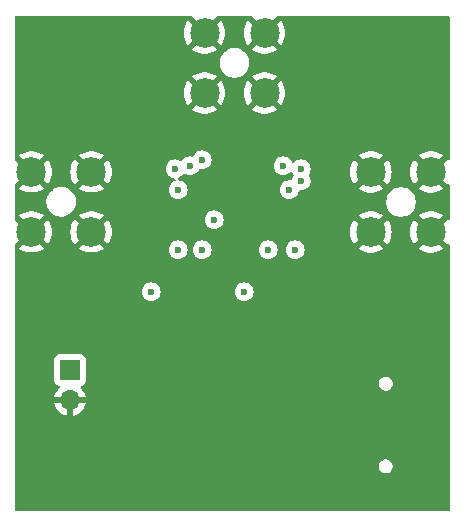
<source format=gbr>
%TF.GenerationSoftware,KiCad,Pcbnew,8.0.1*%
%TF.CreationDate,2024-04-11T15:41:10-05:00*%
%TF.ProjectId,TS3A5017-Mixer,54533341-3530-4313-972d-4d697865722e,rev?*%
%TF.SameCoordinates,Original*%
%TF.FileFunction,Copper,L2,Inr*%
%TF.FilePolarity,Positive*%
%FSLAX46Y46*%
G04 Gerber Fmt 4.6, Leading zero omitted, Abs format (unit mm)*
G04 Created by KiCad (PCBNEW 8.0.1) date 2024-04-11 15:41:10*
%MOMM*%
%LPD*%
G01*
G04 APERTURE LIST*
%TA.AperFunction,ComponentPad*%
%ADD10C,2.500000*%
%TD*%
%TA.AperFunction,ComponentPad*%
%ADD11R,1.700000X1.700000*%
%TD*%
%TA.AperFunction,ComponentPad*%
%ADD12O,1.700000X1.700000*%
%TD*%
%TA.AperFunction,ViaPad*%
%ADD13C,0.600000*%
%TD*%
G04 APERTURE END LIST*
D10*
%TO.N,GND*%
%TO.C,J3*%
X129281220Y-92455385D03*
X134361220Y-92455385D03*
X129281220Y-87375385D03*
X134361220Y-87375385D03*
%TD*%
D11*
%TO.N,/3.3V*%
%TO.C,J4*%
X132588000Y-104140000D03*
D12*
%TO.N,GND*%
X132588000Y-106680000D03*
%TD*%
D10*
%TO.N,GND*%
%TO.C,J1*%
X143961153Y-75615632D03*
X143961153Y-80695632D03*
X149041153Y-75615632D03*
X149041153Y-80695632D03*
%TD*%
%TO.N,GND*%
%TO.C,J2*%
X163129122Y-87396874D03*
X158049122Y-87396874D03*
X163129122Y-92476874D03*
X158049122Y-92476874D03*
%TD*%
D13*
%TO.N,/3.3V*%
X144780000Y-91440000D03*
X139446000Y-97536000D03*
X147320000Y-97536000D03*
%TO.N,GND*%
X153670000Y-107696000D03*
X153670000Y-87122000D03*
X153924000Y-89154000D03*
X153162000Y-94996000D03*
X147574000Y-84582000D03*
X141224000Y-85852000D03*
X142240000Y-84582000D03*
X145288000Y-97282000D03*
X153162000Y-97282000D03*
X147574000Y-94996000D03*
X139954000Y-94996000D03*
X148082000Y-99822000D03*
X162560000Y-100584000D03*
X148844000Y-91440000D03*
X143764000Y-89662000D03*
X140208000Y-99822000D03*
X145288000Y-94996000D03*
%TO.N,/Q-Pos*%
X143764000Y-86360000D03*
X150622000Y-86868000D03*
X143764000Y-93980000D03*
%TO.N,/I-Neg*%
X149352000Y-93980000D03*
X141732000Y-88900000D03*
X151130000Y-88900000D03*
%TO.N,/Q-Neg*%
X152146000Y-88138000D03*
X141732000Y-93980000D03*
X141478000Y-87122000D03*
%TO.N,/I-Pos*%
X152146000Y-87122000D03*
X142748000Y-86868000D03*
X151638000Y-93980000D03*
%TD*%
%TA.AperFunction,Conductor*%
%TO.N,GND*%
G36*
X142875251Y-74180185D02*
G01*
X142895893Y-74196819D01*
X143560591Y-74861517D01*
X143558527Y-74862372D01*
X143419309Y-74955394D01*
X143300915Y-75073788D01*
X143207893Y-75213006D01*
X143207038Y-75215069D01*
X142559028Y-74567059D01*
X142559027Y-74567059D01*
X142511181Y-74627057D01*
X142380036Y-74854205D01*
X142284211Y-75098361D01*
X142225846Y-75354081D01*
X142225845Y-75354086D01*
X142206246Y-75615627D01*
X142206246Y-75615636D01*
X142225845Y-75877177D01*
X142225846Y-75877182D01*
X142284211Y-76132902D01*
X142380036Y-76377058D01*
X142380035Y-76377058D01*
X142511180Y-76604205D01*
X142559027Y-76664203D01*
X143207037Y-76016193D01*
X143207893Y-76018258D01*
X143300915Y-76157476D01*
X143419309Y-76275870D01*
X143558527Y-76368892D01*
X143560590Y-76369746D01*
X142911983Y-77018352D01*
X143083699Y-77135425D01*
X143083703Y-77135427D01*
X143320007Y-77249226D01*
X143320011Y-77249227D01*
X143570647Y-77326539D01*
X143570653Y-77326541D01*
X143830001Y-77365631D01*
X143830010Y-77365632D01*
X144092296Y-77365632D01*
X144092304Y-77365631D01*
X144351652Y-77326541D01*
X144351658Y-77326539D01*
X144602296Y-77249227D01*
X144838598Y-77135430D01*
X144838600Y-77135429D01*
X145010321Y-77018352D01*
X144361715Y-76369746D01*
X144363779Y-76368892D01*
X144502997Y-76275870D01*
X144621391Y-76157476D01*
X144714413Y-76018258D01*
X144715267Y-76016193D01*
X145363278Y-76664204D01*
X145411124Y-76604205D01*
X145542269Y-76377058D01*
X145638094Y-76132902D01*
X145696459Y-75877182D01*
X145696460Y-75877177D01*
X145716060Y-75615636D01*
X145716060Y-75615627D01*
X145696460Y-75354086D01*
X145696459Y-75354081D01*
X145638094Y-75098361D01*
X145542269Y-74854205D01*
X145542270Y-74854205D01*
X145411125Y-74627058D01*
X145363277Y-74567059D01*
X144715267Y-75215069D01*
X144714413Y-75213006D01*
X144621391Y-75073788D01*
X144502997Y-74955394D01*
X144363779Y-74862372D01*
X144361715Y-74861517D01*
X145026412Y-74196819D01*
X145087735Y-74163334D01*
X145114093Y-74160500D01*
X147888212Y-74160500D01*
X147955251Y-74180185D01*
X147975893Y-74196819D01*
X148640591Y-74861517D01*
X148638527Y-74862372D01*
X148499309Y-74955394D01*
X148380915Y-75073788D01*
X148287893Y-75213006D01*
X148287038Y-75215069D01*
X147639028Y-74567059D01*
X147639027Y-74567059D01*
X147591181Y-74627057D01*
X147460036Y-74854205D01*
X147364211Y-75098361D01*
X147305846Y-75354081D01*
X147305845Y-75354086D01*
X147286246Y-75615627D01*
X147286246Y-75615636D01*
X147305845Y-75877177D01*
X147305846Y-75877182D01*
X147364211Y-76132902D01*
X147460036Y-76377058D01*
X147460035Y-76377058D01*
X147591180Y-76604205D01*
X147639027Y-76664203D01*
X148287037Y-76016193D01*
X148287893Y-76018258D01*
X148380915Y-76157476D01*
X148499309Y-76275870D01*
X148638527Y-76368892D01*
X148640590Y-76369746D01*
X147991983Y-77018352D01*
X148163699Y-77135425D01*
X148163703Y-77135427D01*
X148400007Y-77249226D01*
X148400011Y-77249227D01*
X148650647Y-77326539D01*
X148650653Y-77326541D01*
X148910001Y-77365631D01*
X148910010Y-77365632D01*
X149172296Y-77365632D01*
X149172304Y-77365631D01*
X149431652Y-77326541D01*
X149431658Y-77326539D01*
X149682296Y-77249227D01*
X149918598Y-77135430D01*
X149918600Y-77135429D01*
X150090321Y-77018352D01*
X149441715Y-76369746D01*
X149443779Y-76368892D01*
X149582997Y-76275870D01*
X149701391Y-76157476D01*
X149794413Y-76018258D01*
X149795267Y-76016193D01*
X150443278Y-76664204D01*
X150491124Y-76604205D01*
X150622269Y-76377058D01*
X150718094Y-76132902D01*
X150776459Y-75877182D01*
X150776460Y-75877177D01*
X150796060Y-75615636D01*
X150796060Y-75615627D01*
X150776460Y-75354086D01*
X150776459Y-75354081D01*
X150718094Y-75098361D01*
X150622269Y-74854205D01*
X150622270Y-74854205D01*
X150491125Y-74627058D01*
X150443277Y-74567059D01*
X149795267Y-75215069D01*
X149794413Y-75213006D01*
X149701391Y-75073788D01*
X149582997Y-74955394D01*
X149443779Y-74862372D01*
X149441715Y-74861517D01*
X150106412Y-74196819D01*
X150167735Y-74163334D01*
X150194093Y-74160500D01*
X164602500Y-74160500D01*
X164669539Y-74180185D01*
X164715294Y-74232989D01*
X164726500Y-74284500D01*
X164726500Y-86238768D01*
X164706815Y-86305807D01*
X164654011Y-86351562D01*
X164584853Y-86361506D01*
X164559399Y-86349881D01*
X164531247Y-86348300D01*
X163883236Y-86996311D01*
X163882382Y-86994248D01*
X163789360Y-86855030D01*
X163670966Y-86736636D01*
X163531748Y-86643614D01*
X163529684Y-86642759D01*
X164178290Y-85994152D01*
X164006576Y-85877080D01*
X164006567Y-85877075D01*
X163770264Y-85763278D01*
X163770266Y-85763278D01*
X163519627Y-85685966D01*
X163519621Y-85685964D01*
X163260273Y-85646874D01*
X162997970Y-85646874D01*
X162738622Y-85685964D01*
X162738616Y-85685966D01*
X162487980Y-85763278D01*
X162487976Y-85763279D01*
X162251669Y-85877079D01*
X162251661Y-85877084D01*
X162079952Y-85994151D01*
X162728560Y-86642759D01*
X162726496Y-86643614D01*
X162587278Y-86736636D01*
X162468884Y-86855030D01*
X162375862Y-86994248D01*
X162375007Y-86996311D01*
X161726996Y-86348301D01*
X161679150Y-86408299D01*
X161548005Y-86635447D01*
X161452180Y-86879603D01*
X161393815Y-87135323D01*
X161393814Y-87135328D01*
X161374215Y-87396869D01*
X161374215Y-87396878D01*
X161393814Y-87658419D01*
X161393815Y-87658424D01*
X161452180Y-87914144D01*
X161548005Y-88158300D01*
X161548004Y-88158300D01*
X161679149Y-88385447D01*
X161726996Y-88445445D01*
X162375006Y-87797435D01*
X162375862Y-87799500D01*
X162468884Y-87938718D01*
X162587278Y-88057112D01*
X162726496Y-88150134D01*
X162728559Y-88150988D01*
X162079952Y-88799594D01*
X162251668Y-88916667D01*
X162251672Y-88916669D01*
X162487976Y-89030468D01*
X162487980Y-89030469D01*
X162738616Y-89107781D01*
X162738622Y-89107783D01*
X162997970Y-89146873D01*
X162997979Y-89146874D01*
X163260265Y-89146874D01*
X163260273Y-89146873D01*
X163519621Y-89107783D01*
X163519627Y-89107781D01*
X163770265Y-89030469D01*
X164006567Y-88916672D01*
X164006569Y-88916671D01*
X164178290Y-88799594D01*
X163529684Y-88150988D01*
X163531748Y-88150134D01*
X163670966Y-88057112D01*
X163789360Y-87938718D01*
X163882382Y-87799500D01*
X163883236Y-87797435D01*
X164531247Y-88445446D01*
X164553212Y-88444212D01*
X164562739Y-88437526D01*
X164632550Y-88434674D01*
X164692821Y-88470018D01*
X164724415Y-88532337D01*
X164726500Y-88554978D01*
X164726500Y-91318768D01*
X164706815Y-91385807D01*
X164654011Y-91431562D01*
X164584853Y-91441506D01*
X164559399Y-91429881D01*
X164531247Y-91428300D01*
X163883236Y-92076311D01*
X163882382Y-92074248D01*
X163789360Y-91935030D01*
X163670966Y-91816636D01*
X163531748Y-91723614D01*
X163529684Y-91722759D01*
X164178290Y-91074152D01*
X164006576Y-90957080D01*
X164006567Y-90957075D01*
X163770264Y-90843278D01*
X163770266Y-90843278D01*
X163519627Y-90765966D01*
X163519621Y-90765964D01*
X163260273Y-90726874D01*
X162997970Y-90726874D01*
X162738622Y-90765964D01*
X162738616Y-90765966D01*
X162487980Y-90843278D01*
X162487976Y-90843279D01*
X162251669Y-90957079D01*
X162251661Y-90957084D01*
X162079952Y-91074151D01*
X162728560Y-91722759D01*
X162726496Y-91723614D01*
X162587278Y-91816636D01*
X162468884Y-91935030D01*
X162375862Y-92074248D01*
X162375007Y-92076311D01*
X161726996Y-91428301D01*
X161679150Y-91488299D01*
X161548005Y-91715447D01*
X161452180Y-91959603D01*
X161393815Y-92215323D01*
X161393814Y-92215328D01*
X161374215Y-92476869D01*
X161374215Y-92476878D01*
X161393814Y-92738419D01*
X161393815Y-92738424D01*
X161452180Y-92994144D01*
X161548005Y-93238300D01*
X161548004Y-93238300D01*
X161679149Y-93465447D01*
X161726996Y-93525445D01*
X162375006Y-92877435D01*
X162375862Y-92879500D01*
X162468884Y-93018718D01*
X162587278Y-93137112D01*
X162726496Y-93230134D01*
X162728559Y-93230988D01*
X162079952Y-93879594D01*
X162251668Y-93996667D01*
X162251672Y-93996669D01*
X162487976Y-94110468D01*
X162487980Y-94110469D01*
X162738616Y-94187781D01*
X162738622Y-94187783D01*
X162997970Y-94226873D01*
X162997979Y-94226874D01*
X163260265Y-94226874D01*
X163260273Y-94226873D01*
X163519621Y-94187783D01*
X163519627Y-94187781D01*
X163770265Y-94110469D01*
X164006567Y-93996672D01*
X164006569Y-93996671D01*
X164178290Y-93879594D01*
X163529684Y-93230988D01*
X163531748Y-93230134D01*
X163670966Y-93137112D01*
X163789360Y-93018718D01*
X163882382Y-92879500D01*
X163883236Y-92877435D01*
X164531247Y-93525446D01*
X164553212Y-93524212D01*
X164562739Y-93517526D01*
X164632550Y-93514674D01*
X164692821Y-93550018D01*
X164724415Y-93612337D01*
X164726500Y-93634978D01*
X164726500Y-115961500D01*
X164706815Y-116028539D01*
X164654011Y-116074294D01*
X164602500Y-116085500D01*
X128005500Y-116085500D01*
X127938461Y-116065815D01*
X127892706Y-116013011D01*
X127881500Y-115961500D01*
X127881500Y-112393738D01*
X158719499Y-112393738D01*
X158759743Y-112543927D01*
X158837480Y-112678571D01*
X158837482Y-112678573D01*
X158837483Y-112678575D01*
X158947425Y-112788517D01*
X158947426Y-112788518D01*
X158947428Y-112788519D01*
X159082072Y-112866256D01*
X159082073Y-112866256D01*
X159082076Y-112866258D01*
X159232259Y-112906500D01*
X159232262Y-112906500D01*
X159387738Y-112906500D01*
X159387741Y-112906500D01*
X159537924Y-112866258D01*
X159672575Y-112788517D01*
X159782517Y-112678575D01*
X159860258Y-112543924D01*
X159900500Y-112393741D01*
X159900500Y-112238259D01*
X159860258Y-112088076D01*
X159782517Y-111953425D01*
X159672575Y-111843483D01*
X159672573Y-111843482D01*
X159672571Y-111843480D01*
X159537927Y-111765743D01*
X159537928Y-111765743D01*
X159525611Y-111762442D01*
X159387741Y-111725500D01*
X159232259Y-111725500D01*
X159094388Y-111762442D01*
X159082072Y-111765743D01*
X158947428Y-111843480D01*
X158947422Y-111843485D01*
X158837485Y-111953422D01*
X158837480Y-111953428D01*
X158759743Y-112088072D01*
X158759742Y-112088076D01*
X158719500Y-112238259D01*
X158719500Y-112238261D01*
X158719500Y-112393738D01*
X158719499Y-112393738D01*
X127881500Y-112393738D01*
X127881500Y-105037870D01*
X131237500Y-105037870D01*
X131237501Y-105037876D01*
X131243908Y-105097483D01*
X131294202Y-105232328D01*
X131294206Y-105232335D01*
X131380452Y-105347544D01*
X131380455Y-105347547D01*
X131495664Y-105433793D01*
X131495671Y-105433797D01*
X131495674Y-105433798D01*
X131627598Y-105483002D01*
X131683531Y-105524873D01*
X131707949Y-105590337D01*
X131693098Y-105658610D01*
X131671947Y-105686865D01*
X131549886Y-105808926D01*
X131414400Y-106002420D01*
X131414399Y-106002422D01*
X131314570Y-106216507D01*
X131314567Y-106216513D01*
X131257364Y-106429999D01*
X131257364Y-106430000D01*
X132154988Y-106430000D01*
X132122075Y-106487007D01*
X132088000Y-106614174D01*
X132088000Y-106745826D01*
X132122075Y-106872993D01*
X132154988Y-106930000D01*
X131257364Y-106930000D01*
X131314567Y-107143486D01*
X131314570Y-107143492D01*
X131414399Y-107357578D01*
X131549894Y-107551082D01*
X131716917Y-107718105D01*
X131910421Y-107853600D01*
X132124507Y-107953429D01*
X132124516Y-107953433D01*
X132338000Y-108010634D01*
X132338000Y-107113012D01*
X132395007Y-107145925D01*
X132522174Y-107180000D01*
X132653826Y-107180000D01*
X132780993Y-107145925D01*
X132838000Y-107113012D01*
X132838000Y-108010633D01*
X133051483Y-107953433D01*
X133051492Y-107953429D01*
X133265578Y-107853600D01*
X133459082Y-107718105D01*
X133626105Y-107551082D01*
X133761600Y-107357578D01*
X133861429Y-107143492D01*
X133861432Y-107143486D01*
X133918636Y-106930000D01*
X133021012Y-106930000D01*
X133053925Y-106872993D01*
X133088000Y-106745826D01*
X133088000Y-106614174D01*
X133053925Y-106487007D01*
X133021012Y-106430000D01*
X133918636Y-106430000D01*
X133918635Y-106429999D01*
X133861432Y-106216513D01*
X133861429Y-106216507D01*
X133761600Y-106002422D01*
X133761599Y-106002420D01*
X133626113Y-105808926D01*
X133626108Y-105808920D01*
X133504053Y-105686865D01*
X133470568Y-105625542D01*
X133475552Y-105555850D01*
X133517424Y-105499917D01*
X133548400Y-105483002D01*
X133680331Y-105433796D01*
X133733842Y-105393738D01*
X158719499Y-105393738D01*
X158759743Y-105543927D01*
X158837480Y-105678571D01*
X158837482Y-105678573D01*
X158837483Y-105678575D01*
X158947425Y-105788517D01*
X158947426Y-105788518D01*
X158947428Y-105788519D01*
X159082072Y-105866256D01*
X159082073Y-105866256D01*
X159082076Y-105866258D01*
X159232259Y-105906500D01*
X159232262Y-105906500D01*
X159387738Y-105906500D01*
X159387741Y-105906500D01*
X159537924Y-105866258D01*
X159672575Y-105788517D01*
X159782517Y-105678575D01*
X159860258Y-105543924D01*
X159900500Y-105393741D01*
X159900500Y-105238259D01*
X159860258Y-105088076D01*
X159831273Y-105037873D01*
X159782519Y-104953428D01*
X159782514Y-104953422D01*
X159672577Y-104843485D01*
X159672571Y-104843480D01*
X159537927Y-104765743D01*
X159537928Y-104765743D01*
X159525611Y-104762442D01*
X159387741Y-104725500D01*
X159232259Y-104725500D01*
X159094388Y-104762442D01*
X159082072Y-104765743D01*
X158947428Y-104843480D01*
X158947422Y-104843485D01*
X158837485Y-104953422D01*
X158837480Y-104953428D01*
X158759743Y-105088072D01*
X158759742Y-105088076D01*
X158719500Y-105238259D01*
X158719500Y-105238261D01*
X158719500Y-105393738D01*
X158719499Y-105393738D01*
X133733842Y-105393738D01*
X133795546Y-105347546D01*
X133881796Y-105232331D01*
X133932091Y-105097483D01*
X133938500Y-105037873D01*
X133938499Y-103242128D01*
X133932091Y-103182517D01*
X133881796Y-103047669D01*
X133881795Y-103047668D01*
X133881793Y-103047664D01*
X133795547Y-102932455D01*
X133795544Y-102932452D01*
X133680335Y-102846206D01*
X133680328Y-102846202D01*
X133545482Y-102795908D01*
X133545483Y-102795908D01*
X133485883Y-102789501D01*
X133485881Y-102789500D01*
X133485873Y-102789500D01*
X133485864Y-102789500D01*
X131690129Y-102789500D01*
X131690123Y-102789501D01*
X131630516Y-102795908D01*
X131495671Y-102846202D01*
X131495664Y-102846206D01*
X131380455Y-102932452D01*
X131380452Y-102932455D01*
X131294206Y-103047664D01*
X131294202Y-103047671D01*
X131243908Y-103182517D01*
X131237501Y-103242116D01*
X131237501Y-103242123D01*
X131237500Y-103242135D01*
X131237500Y-105037870D01*
X127881500Y-105037870D01*
X127881500Y-97536003D01*
X138640435Y-97536003D01*
X138660630Y-97715249D01*
X138660631Y-97715254D01*
X138720211Y-97885523D01*
X138816184Y-98038262D01*
X138943738Y-98165816D01*
X139096478Y-98261789D01*
X139266745Y-98321368D01*
X139266750Y-98321369D01*
X139445996Y-98341565D01*
X139446000Y-98341565D01*
X139446004Y-98341565D01*
X139625249Y-98321369D01*
X139625252Y-98321368D01*
X139625255Y-98321368D01*
X139795522Y-98261789D01*
X139948262Y-98165816D01*
X140075816Y-98038262D01*
X140171789Y-97885522D01*
X140231368Y-97715255D01*
X140251565Y-97536003D01*
X146514435Y-97536003D01*
X146534630Y-97715249D01*
X146534631Y-97715254D01*
X146594211Y-97885523D01*
X146690184Y-98038262D01*
X146817738Y-98165816D01*
X146970478Y-98261789D01*
X147140745Y-98321368D01*
X147140750Y-98321369D01*
X147319996Y-98341565D01*
X147320000Y-98341565D01*
X147320004Y-98341565D01*
X147499249Y-98321369D01*
X147499252Y-98321368D01*
X147499255Y-98321368D01*
X147669522Y-98261789D01*
X147822262Y-98165816D01*
X147949816Y-98038262D01*
X148045789Y-97885522D01*
X148105368Y-97715255D01*
X148125565Y-97536000D01*
X148105368Y-97356745D01*
X148045789Y-97186478D01*
X147949816Y-97033738D01*
X147822262Y-96906184D01*
X147669523Y-96810211D01*
X147499254Y-96750631D01*
X147499249Y-96750630D01*
X147320004Y-96730435D01*
X147319996Y-96730435D01*
X147140750Y-96750630D01*
X147140745Y-96750631D01*
X146970476Y-96810211D01*
X146817737Y-96906184D01*
X146690184Y-97033737D01*
X146594211Y-97186476D01*
X146534631Y-97356745D01*
X146534630Y-97356750D01*
X146514435Y-97535996D01*
X146514435Y-97536003D01*
X140251565Y-97536003D01*
X140251565Y-97536000D01*
X140231368Y-97356745D01*
X140171789Y-97186478D01*
X140075816Y-97033738D01*
X139948262Y-96906184D01*
X139795523Y-96810211D01*
X139625254Y-96750631D01*
X139625249Y-96750630D01*
X139446004Y-96730435D01*
X139445996Y-96730435D01*
X139266750Y-96750630D01*
X139266745Y-96750631D01*
X139096476Y-96810211D01*
X138943737Y-96906184D01*
X138816184Y-97033737D01*
X138720211Y-97186476D01*
X138660631Y-97356745D01*
X138660630Y-97356750D01*
X138640435Y-97535996D01*
X138640435Y-97536003D01*
X127881500Y-97536003D01*
X127881500Y-93552914D01*
X127901185Y-93485875D01*
X127917819Y-93465233D01*
X128527105Y-92855946D01*
X128527960Y-92858011D01*
X128620982Y-92997229D01*
X128739376Y-93115623D01*
X128878594Y-93208645D01*
X128880657Y-93209499D01*
X128232050Y-93858105D01*
X128403766Y-93975178D01*
X128403770Y-93975180D01*
X128640074Y-94088979D01*
X128640078Y-94088980D01*
X128890714Y-94166292D01*
X128890720Y-94166294D01*
X129150068Y-94205384D01*
X129150077Y-94205385D01*
X129412363Y-94205385D01*
X129412371Y-94205384D01*
X129671719Y-94166294D01*
X129671725Y-94166292D01*
X129922363Y-94088980D01*
X130158665Y-93975183D01*
X130158667Y-93975182D01*
X130330388Y-93858105D01*
X129681782Y-93209499D01*
X129683846Y-93208645D01*
X129823064Y-93115623D01*
X129941458Y-92997229D01*
X130034480Y-92858011D01*
X130035334Y-92855946D01*
X130683345Y-93503957D01*
X130731191Y-93443958D01*
X130862336Y-93216811D01*
X130958161Y-92972655D01*
X131016526Y-92716935D01*
X131016527Y-92716930D01*
X131036127Y-92455389D01*
X132606313Y-92455389D01*
X132625912Y-92716930D01*
X132625913Y-92716935D01*
X132684278Y-92972655D01*
X132780103Y-93216811D01*
X132780102Y-93216811D01*
X132911247Y-93443958D01*
X132959094Y-93503956D01*
X133607104Y-92855946D01*
X133607960Y-92858011D01*
X133700982Y-92997229D01*
X133819376Y-93115623D01*
X133958594Y-93208645D01*
X133960657Y-93209499D01*
X133312050Y-93858105D01*
X133483766Y-93975178D01*
X133483770Y-93975180D01*
X133720074Y-94088979D01*
X133720078Y-94088980D01*
X133970714Y-94166292D01*
X133970720Y-94166294D01*
X134230068Y-94205384D01*
X134230077Y-94205385D01*
X134492363Y-94205385D01*
X134492371Y-94205384D01*
X134751719Y-94166294D01*
X134751725Y-94166292D01*
X135002363Y-94088980D01*
X135228656Y-93980003D01*
X140926435Y-93980003D01*
X140946630Y-94159249D01*
X140946631Y-94159254D01*
X141006211Y-94329523D01*
X141102184Y-94482262D01*
X141229738Y-94609816D01*
X141382478Y-94705789D01*
X141552745Y-94765368D01*
X141552750Y-94765369D01*
X141731996Y-94785565D01*
X141732000Y-94785565D01*
X141732004Y-94785565D01*
X141911249Y-94765369D01*
X141911252Y-94765368D01*
X141911255Y-94765368D01*
X142081522Y-94705789D01*
X142234262Y-94609816D01*
X142361816Y-94482262D01*
X142457789Y-94329522D01*
X142517368Y-94159255D01*
X142537565Y-93980003D01*
X142958435Y-93980003D01*
X142978630Y-94159249D01*
X142978631Y-94159254D01*
X143038211Y-94329523D01*
X143134184Y-94482262D01*
X143261738Y-94609816D01*
X143414478Y-94705789D01*
X143584745Y-94765368D01*
X143584750Y-94765369D01*
X143763996Y-94785565D01*
X143764000Y-94785565D01*
X143764004Y-94785565D01*
X143943249Y-94765369D01*
X143943252Y-94765368D01*
X143943255Y-94765368D01*
X144113522Y-94705789D01*
X144266262Y-94609816D01*
X144393816Y-94482262D01*
X144489789Y-94329522D01*
X144549368Y-94159255D01*
X144569565Y-93980003D01*
X148546435Y-93980003D01*
X148566630Y-94159249D01*
X148566631Y-94159254D01*
X148626211Y-94329523D01*
X148722184Y-94482262D01*
X148849738Y-94609816D01*
X149002478Y-94705789D01*
X149172745Y-94765368D01*
X149172750Y-94765369D01*
X149351996Y-94785565D01*
X149352000Y-94785565D01*
X149352004Y-94785565D01*
X149531249Y-94765369D01*
X149531252Y-94765368D01*
X149531255Y-94765368D01*
X149701522Y-94705789D01*
X149854262Y-94609816D01*
X149981816Y-94482262D01*
X150077789Y-94329522D01*
X150137368Y-94159255D01*
X150157565Y-93980003D01*
X150832435Y-93980003D01*
X150852630Y-94159249D01*
X150852631Y-94159254D01*
X150912211Y-94329523D01*
X151008184Y-94482262D01*
X151135738Y-94609816D01*
X151288478Y-94705789D01*
X151458745Y-94765368D01*
X151458750Y-94765369D01*
X151637996Y-94785565D01*
X151638000Y-94785565D01*
X151638004Y-94785565D01*
X151817249Y-94765369D01*
X151817252Y-94765368D01*
X151817255Y-94765368D01*
X151987522Y-94705789D01*
X152140262Y-94609816D01*
X152267816Y-94482262D01*
X152363789Y-94329522D01*
X152423368Y-94159255D01*
X152443565Y-93980000D01*
X152443022Y-93975183D01*
X152423369Y-93800750D01*
X152423368Y-93800745D01*
X152363789Y-93630478D01*
X152267816Y-93477738D01*
X152140262Y-93350184D01*
X151987523Y-93254211D01*
X151817254Y-93194631D01*
X151817249Y-93194630D01*
X151638004Y-93174435D01*
X151637996Y-93174435D01*
X151458750Y-93194630D01*
X151458745Y-93194631D01*
X151288476Y-93254211D01*
X151135737Y-93350184D01*
X151008184Y-93477737D01*
X150912211Y-93630476D01*
X150852631Y-93800745D01*
X150852630Y-93800750D01*
X150832435Y-93979996D01*
X150832435Y-93980003D01*
X150157565Y-93980003D01*
X150157565Y-93980000D01*
X150157022Y-93975183D01*
X150137369Y-93800750D01*
X150137368Y-93800745D01*
X150077789Y-93630478D01*
X149981816Y-93477738D01*
X149854262Y-93350184D01*
X149701523Y-93254211D01*
X149531254Y-93194631D01*
X149531249Y-93194630D01*
X149352004Y-93174435D01*
X149351996Y-93174435D01*
X149172750Y-93194630D01*
X149172745Y-93194631D01*
X149002476Y-93254211D01*
X148849737Y-93350184D01*
X148722184Y-93477737D01*
X148626211Y-93630476D01*
X148566631Y-93800745D01*
X148566630Y-93800750D01*
X148546435Y-93979996D01*
X148546435Y-93980003D01*
X144569565Y-93980003D01*
X144569565Y-93980000D01*
X144569022Y-93975183D01*
X144549369Y-93800750D01*
X144549368Y-93800745D01*
X144489789Y-93630478D01*
X144393816Y-93477738D01*
X144266262Y-93350184D01*
X144113523Y-93254211D01*
X143943254Y-93194631D01*
X143943249Y-93194630D01*
X143764004Y-93174435D01*
X143763996Y-93174435D01*
X143584750Y-93194630D01*
X143584745Y-93194631D01*
X143414476Y-93254211D01*
X143261737Y-93350184D01*
X143134184Y-93477737D01*
X143038211Y-93630476D01*
X142978631Y-93800745D01*
X142978630Y-93800750D01*
X142958435Y-93979996D01*
X142958435Y-93980003D01*
X142537565Y-93980003D01*
X142537565Y-93980000D01*
X142537022Y-93975183D01*
X142517369Y-93800750D01*
X142517368Y-93800745D01*
X142457789Y-93630478D01*
X142361816Y-93477738D01*
X142234262Y-93350184D01*
X142081523Y-93254211D01*
X141911254Y-93194631D01*
X141911249Y-93194630D01*
X141732004Y-93174435D01*
X141731996Y-93174435D01*
X141552750Y-93194630D01*
X141552745Y-93194631D01*
X141382476Y-93254211D01*
X141229737Y-93350184D01*
X141102184Y-93477737D01*
X141006211Y-93630476D01*
X140946631Y-93800745D01*
X140946630Y-93800750D01*
X140926435Y-93979996D01*
X140926435Y-93980003D01*
X135228656Y-93980003D01*
X135238665Y-93975183D01*
X135238667Y-93975182D01*
X135410388Y-93858105D01*
X134761782Y-93209499D01*
X134763846Y-93208645D01*
X134903064Y-93115623D01*
X135021458Y-92997229D01*
X135114480Y-92858011D01*
X135115334Y-92855946D01*
X135763345Y-93503957D01*
X135811191Y-93443958D01*
X135942336Y-93216811D01*
X136038161Y-92972655D01*
X136096526Y-92716935D01*
X136096527Y-92716930D01*
X136114517Y-92476878D01*
X156294215Y-92476878D01*
X156313814Y-92738419D01*
X156313815Y-92738424D01*
X156372180Y-92994144D01*
X156468005Y-93238300D01*
X156468004Y-93238300D01*
X156599149Y-93465447D01*
X156646996Y-93525445D01*
X157295006Y-92877435D01*
X157295862Y-92879500D01*
X157388884Y-93018718D01*
X157507278Y-93137112D01*
X157646496Y-93230134D01*
X157648559Y-93230988D01*
X156999952Y-93879594D01*
X157171668Y-93996667D01*
X157171672Y-93996669D01*
X157407976Y-94110468D01*
X157407980Y-94110469D01*
X157658616Y-94187781D01*
X157658622Y-94187783D01*
X157917970Y-94226873D01*
X157917979Y-94226874D01*
X158180265Y-94226874D01*
X158180273Y-94226873D01*
X158439621Y-94187783D01*
X158439627Y-94187781D01*
X158690265Y-94110469D01*
X158926567Y-93996672D01*
X158926569Y-93996671D01*
X159098290Y-93879594D01*
X158449684Y-93230988D01*
X158451748Y-93230134D01*
X158590966Y-93137112D01*
X158709360Y-93018718D01*
X158802382Y-92879500D01*
X158803236Y-92877435D01*
X159451247Y-93525446D01*
X159499093Y-93465447D01*
X159630238Y-93238300D01*
X159726063Y-92994144D01*
X159784428Y-92738424D01*
X159784429Y-92738419D01*
X159804029Y-92476878D01*
X159804029Y-92476869D01*
X159784429Y-92215328D01*
X159784428Y-92215323D01*
X159726063Y-91959603D01*
X159630238Y-91715447D01*
X159630239Y-91715447D01*
X159499094Y-91488300D01*
X159451246Y-91428301D01*
X158803236Y-92076311D01*
X158802382Y-92074248D01*
X158709360Y-91935030D01*
X158590966Y-91816636D01*
X158451748Y-91723614D01*
X158449684Y-91722759D01*
X159098290Y-91074152D01*
X158926576Y-90957080D01*
X158926567Y-90957075D01*
X158690264Y-90843278D01*
X158690266Y-90843278D01*
X158439627Y-90765966D01*
X158439621Y-90765964D01*
X158180273Y-90726874D01*
X157917970Y-90726874D01*
X157658622Y-90765964D01*
X157658616Y-90765966D01*
X157407980Y-90843278D01*
X157407976Y-90843279D01*
X157171669Y-90957079D01*
X157171661Y-90957084D01*
X156999952Y-91074151D01*
X157648560Y-91722759D01*
X157646496Y-91723614D01*
X157507278Y-91816636D01*
X157388884Y-91935030D01*
X157295862Y-92074248D01*
X157295007Y-92076311D01*
X156646996Y-91428301D01*
X156599150Y-91488299D01*
X156468005Y-91715447D01*
X156372180Y-91959603D01*
X156313815Y-92215323D01*
X156313814Y-92215328D01*
X156294215Y-92476869D01*
X156294215Y-92476878D01*
X136114517Y-92476878D01*
X136116127Y-92455389D01*
X136116127Y-92455380D01*
X136096527Y-92193839D01*
X136096526Y-92193834D01*
X136038161Y-91938114D01*
X135942336Y-91693958D01*
X135942337Y-91693958D01*
X135811192Y-91466811D01*
X135789813Y-91440003D01*
X143974435Y-91440003D01*
X143994630Y-91619249D01*
X143994631Y-91619254D01*
X144054211Y-91789523D01*
X144132137Y-91913541D01*
X144150184Y-91942262D01*
X144277738Y-92069816D01*
X144430478Y-92165789D01*
X144572038Y-92215323D01*
X144600745Y-92225368D01*
X144600750Y-92225369D01*
X144779996Y-92245565D01*
X144780000Y-92245565D01*
X144780004Y-92245565D01*
X144959249Y-92225369D01*
X144959252Y-92225368D01*
X144959255Y-92225368D01*
X145129522Y-92165789D01*
X145282262Y-92069816D01*
X145409816Y-91942262D01*
X145505789Y-91789522D01*
X145565368Y-91619255D01*
X145582544Y-91466811D01*
X145585565Y-91440003D01*
X145585565Y-91439996D01*
X145565369Y-91260750D01*
X145565368Y-91260745D01*
X145521401Y-91135094D01*
X145505789Y-91090478D01*
X145409816Y-90937738D01*
X145282262Y-90810184D01*
X145211890Y-90765966D01*
X145129523Y-90714211D01*
X144959254Y-90654631D01*
X144959249Y-90654630D01*
X144780004Y-90634435D01*
X144779996Y-90634435D01*
X144600750Y-90654630D01*
X144600745Y-90654631D01*
X144430476Y-90714211D01*
X144277737Y-90810184D01*
X144150184Y-90937737D01*
X144054211Y-91090476D01*
X143994631Y-91260745D01*
X143994630Y-91260750D01*
X143974435Y-91439996D01*
X143974435Y-91440003D01*
X135789813Y-91440003D01*
X135763344Y-91406812D01*
X135115334Y-92054822D01*
X135114480Y-92052759D01*
X135021458Y-91913541D01*
X134903064Y-91795147D01*
X134763846Y-91702125D01*
X134761782Y-91701270D01*
X135410388Y-91052663D01*
X135238674Y-90935591D01*
X135238665Y-90935586D01*
X135002362Y-90821789D01*
X135002364Y-90821789D01*
X134751725Y-90744477D01*
X134751719Y-90744475D01*
X134492371Y-90705385D01*
X134230068Y-90705385D01*
X133970720Y-90744475D01*
X133970714Y-90744477D01*
X133720078Y-90821789D01*
X133720074Y-90821790D01*
X133483767Y-90935590D01*
X133483759Y-90935595D01*
X133312050Y-91052662D01*
X133960658Y-91701270D01*
X133958594Y-91702125D01*
X133819376Y-91795147D01*
X133700982Y-91913541D01*
X133607960Y-92052759D01*
X133607105Y-92054822D01*
X132959095Y-91406812D01*
X132959094Y-91406812D01*
X132911248Y-91466810D01*
X132780103Y-91693958D01*
X132684278Y-91938114D01*
X132625913Y-92193834D01*
X132625912Y-92193839D01*
X132606313Y-92455380D01*
X132606313Y-92455389D01*
X131036127Y-92455389D01*
X131036127Y-92455380D01*
X131016527Y-92193839D01*
X131016526Y-92193834D01*
X130958161Y-91938114D01*
X130862336Y-91693958D01*
X130862337Y-91693958D01*
X130731192Y-91466811D01*
X130683344Y-91406812D01*
X130035334Y-92054822D01*
X130034480Y-92052759D01*
X129941458Y-91913541D01*
X129823064Y-91795147D01*
X129683846Y-91702125D01*
X129681782Y-91701270D01*
X130330388Y-91052663D01*
X130158674Y-90935591D01*
X130158665Y-90935586D01*
X129922362Y-90821789D01*
X129922364Y-90821789D01*
X129671725Y-90744477D01*
X129671719Y-90744475D01*
X129412371Y-90705385D01*
X129150068Y-90705385D01*
X128890720Y-90744475D01*
X128890714Y-90744477D01*
X128640078Y-90821789D01*
X128640074Y-90821790D01*
X128403767Y-90935590D01*
X128403759Y-90935595D01*
X128232050Y-91052662D01*
X128880658Y-91701270D01*
X128878594Y-91702125D01*
X128739376Y-91795147D01*
X128620982Y-91913541D01*
X128527960Y-92052759D01*
X128527105Y-92054823D01*
X127917819Y-91445537D01*
X127884334Y-91384214D01*
X127881500Y-91357856D01*
X127881500Y-90013807D01*
X130570720Y-90013807D01*
X130601510Y-90208211D01*
X130662337Y-90395414D01*
X130751696Y-90570790D01*
X130867392Y-90730031D01*
X131006574Y-90869213D01*
X131165815Y-90984909D01*
X131207988Y-91006397D01*
X131341190Y-91074267D01*
X131341192Y-91074267D01*
X131341195Y-91074269D01*
X131391075Y-91090476D01*
X131528393Y-91135094D01*
X131722798Y-91165885D01*
X131722803Y-91165885D01*
X131919642Y-91165885D01*
X132114046Y-91135094D01*
X132301245Y-91074269D01*
X132476625Y-90984909D01*
X132635866Y-90869213D01*
X132775048Y-90730031D01*
X132890744Y-90570790D01*
X132980104Y-90395410D01*
X133040929Y-90208211D01*
X133068316Y-90035296D01*
X159338622Y-90035296D01*
X159369412Y-90229700D01*
X159430239Y-90416903D01*
X159508649Y-90570790D01*
X159519598Y-90592279D01*
X159635294Y-90751520D01*
X159774476Y-90890702D01*
X159933717Y-91006398D01*
X160016577Y-91048617D01*
X160109092Y-91095756D01*
X160109094Y-91095756D01*
X160109097Y-91095758D01*
X160209439Y-91128361D01*
X160296295Y-91156583D01*
X160490700Y-91187374D01*
X160490705Y-91187374D01*
X160687544Y-91187374D01*
X160881948Y-91156583D01*
X161069147Y-91095758D01*
X161244527Y-91006398D01*
X161403768Y-90890702D01*
X161542950Y-90751520D01*
X161658646Y-90592279D01*
X161748006Y-90416899D01*
X161808831Y-90229700D01*
X161839622Y-90035296D01*
X161839622Y-89838451D01*
X161808831Y-89644047D01*
X161780609Y-89557191D01*
X161748006Y-89456849D01*
X161748004Y-89456846D01*
X161748004Y-89456844D01*
X161658645Y-89281468D01*
X161643033Y-89259980D01*
X161542950Y-89122228D01*
X161403768Y-88983046D01*
X161244527Y-88867350D01*
X161237536Y-88863788D01*
X161069151Y-88777991D01*
X160881948Y-88717164D01*
X160687544Y-88686374D01*
X160687539Y-88686374D01*
X160490705Y-88686374D01*
X160490700Y-88686374D01*
X160296295Y-88717164D01*
X160109092Y-88777991D01*
X159933716Y-88867350D01*
X159865833Y-88916671D01*
X159774476Y-88983046D01*
X159774474Y-88983048D01*
X159774473Y-88983048D01*
X159635296Y-89122225D01*
X159635296Y-89122226D01*
X159635294Y-89122228D01*
X159617388Y-89146874D01*
X159519598Y-89281468D01*
X159430239Y-89456844D01*
X159369412Y-89644047D01*
X159338622Y-89838451D01*
X159338622Y-90035296D01*
X133068316Y-90035296D01*
X133068317Y-90035291D01*
X133071720Y-90013807D01*
X133071720Y-89816962D01*
X133040929Y-89622558D01*
X132987086Y-89456849D01*
X132980104Y-89435360D01*
X132980102Y-89435357D01*
X132980102Y-89435355D01*
X132901693Y-89281469D01*
X132890744Y-89259980D01*
X132775048Y-89100739D01*
X132635866Y-88961557D01*
X132476625Y-88845861D01*
X132301249Y-88756502D01*
X132114046Y-88695675D01*
X131919642Y-88664885D01*
X131919637Y-88664885D01*
X131722803Y-88664885D01*
X131722798Y-88664885D01*
X131528393Y-88695675D01*
X131341190Y-88756502D01*
X131165814Y-88845861D01*
X131097931Y-88895182D01*
X131006574Y-88961557D01*
X131006572Y-88961559D01*
X131006571Y-88961559D01*
X130867394Y-89100736D01*
X130867394Y-89100737D01*
X130867392Y-89100739D01*
X130849486Y-89125385D01*
X130751696Y-89259979D01*
X130662337Y-89435355D01*
X130601510Y-89622558D01*
X130570720Y-89816962D01*
X130570720Y-90013807D01*
X127881500Y-90013807D01*
X127881500Y-88472914D01*
X127901185Y-88405875D01*
X127917819Y-88385233D01*
X128527105Y-87775946D01*
X128527960Y-87778011D01*
X128620982Y-87917229D01*
X128739376Y-88035623D01*
X128878594Y-88128645D01*
X128880657Y-88129499D01*
X128232050Y-88778105D01*
X128403766Y-88895178D01*
X128403770Y-88895180D01*
X128640074Y-89008979D01*
X128640078Y-89008980D01*
X128890714Y-89086292D01*
X128890720Y-89086294D01*
X129150068Y-89125384D01*
X129150077Y-89125385D01*
X129412363Y-89125385D01*
X129412371Y-89125384D01*
X129671719Y-89086294D01*
X129671725Y-89086292D01*
X129922363Y-89008980D01*
X130158665Y-88895183D01*
X130158667Y-88895182D01*
X130330388Y-88778105D01*
X129681782Y-88129499D01*
X129683846Y-88128645D01*
X129823064Y-88035623D01*
X129941458Y-87917229D01*
X130034480Y-87778011D01*
X130035334Y-87775946D01*
X130683345Y-88423957D01*
X130731191Y-88363958D01*
X130862336Y-88136811D01*
X130958161Y-87892655D01*
X131016526Y-87636935D01*
X131016527Y-87636930D01*
X131036127Y-87375389D01*
X132606313Y-87375389D01*
X132625912Y-87636930D01*
X132625913Y-87636935D01*
X132684278Y-87892655D01*
X132780103Y-88136811D01*
X132780102Y-88136811D01*
X132911247Y-88363958D01*
X132959094Y-88423956D01*
X133607104Y-87775946D01*
X133607960Y-87778011D01*
X133700982Y-87917229D01*
X133819376Y-88035623D01*
X133958594Y-88128645D01*
X133960657Y-88129499D01*
X133312050Y-88778105D01*
X133483766Y-88895178D01*
X133483770Y-88895180D01*
X133720074Y-89008979D01*
X133720078Y-89008980D01*
X133970714Y-89086292D01*
X133970720Y-89086294D01*
X134230068Y-89125384D01*
X134230077Y-89125385D01*
X134492363Y-89125385D01*
X134492371Y-89125384D01*
X134751719Y-89086294D01*
X134751725Y-89086292D01*
X135002363Y-89008980D01*
X135238665Y-88895183D01*
X135238667Y-88895182D01*
X135410388Y-88778105D01*
X134761782Y-88129499D01*
X134763846Y-88128645D01*
X134903064Y-88035623D01*
X135021458Y-87917229D01*
X135114480Y-87778011D01*
X135115334Y-87775946D01*
X135763345Y-88423957D01*
X135811191Y-88363958D01*
X135942336Y-88136811D01*
X136038161Y-87892655D01*
X136096526Y-87636935D01*
X136096527Y-87636930D01*
X136116127Y-87375389D01*
X136116127Y-87375380D01*
X136097139Y-87122003D01*
X140672435Y-87122003D01*
X140692630Y-87301249D01*
X140692631Y-87301254D01*
X140752211Y-87471523D01*
X140847593Y-87623321D01*
X140848184Y-87624262D01*
X140975738Y-87751816D01*
X141128478Y-87847789D01*
X141246032Y-87888923D01*
X141298745Y-87907368D01*
X141298750Y-87907369D01*
X141375841Y-87916054D01*
X141399064Y-87918671D01*
X141463479Y-87945737D01*
X141503034Y-88003331D01*
X141505173Y-88073168D01*
X141469215Y-88133075D01*
X141426139Y-88158932D01*
X141382478Y-88174210D01*
X141229737Y-88270184D01*
X141102184Y-88397737D01*
X141006211Y-88550476D01*
X140946631Y-88720745D01*
X140946630Y-88720750D01*
X140926435Y-88899996D01*
X140926435Y-88900003D01*
X140946630Y-89079249D01*
X140946631Y-89079254D01*
X141006211Y-89249523D01*
X141102184Y-89402262D01*
X141229738Y-89529816D01*
X141382478Y-89625789D01*
X141552745Y-89685368D01*
X141552750Y-89685369D01*
X141731996Y-89705565D01*
X141732000Y-89705565D01*
X141732004Y-89705565D01*
X141911249Y-89685369D01*
X141911252Y-89685368D01*
X141911255Y-89685368D01*
X142081522Y-89625789D01*
X142234262Y-89529816D01*
X142361816Y-89402262D01*
X142457789Y-89249522D01*
X142517368Y-89079255D01*
X142517369Y-89079249D01*
X142537565Y-88900003D01*
X142537565Y-88899996D01*
X142517369Y-88720750D01*
X142517368Y-88720745D01*
X142489206Y-88640262D01*
X142457789Y-88550478D01*
X142361816Y-88397738D01*
X142234262Y-88270184D01*
X142081523Y-88174211D01*
X141911254Y-88114631D01*
X141911249Y-88114630D01*
X141810934Y-88103328D01*
X141746520Y-88076262D01*
X141706964Y-88018667D01*
X141704827Y-87948830D01*
X141740785Y-87888923D01*
X141783863Y-87863066D01*
X141789811Y-87860984D01*
X141827522Y-87847789D01*
X141980262Y-87751816D01*
X142107816Y-87624262D01*
X142137847Y-87576466D01*
X142190178Y-87530179D01*
X142259232Y-87519529D01*
X142308812Y-87537448D01*
X142398475Y-87593788D01*
X142568745Y-87653368D01*
X142568750Y-87653369D01*
X142747996Y-87673565D01*
X142748000Y-87673565D01*
X142748004Y-87673565D01*
X142927249Y-87653369D01*
X142927252Y-87653368D01*
X142927255Y-87653368D01*
X143097522Y-87593789D01*
X143250262Y-87497816D01*
X143377816Y-87370262D01*
X143473789Y-87217522D01*
X143473793Y-87217509D01*
X143474275Y-87216510D01*
X143474769Y-87215962D01*
X143477494Y-87211626D01*
X143478252Y-87212102D01*
X143521090Y-87164643D01*
X143588514Y-87146319D01*
X143599883Y-87147073D01*
X143659032Y-87153738D01*
X143763997Y-87165565D01*
X143764000Y-87165565D01*
X143764004Y-87165565D01*
X143943249Y-87145369D01*
X143943252Y-87145368D01*
X143943255Y-87145368D01*
X144113522Y-87085789D01*
X144266262Y-86989816D01*
X144388075Y-86868003D01*
X149816435Y-86868003D01*
X149836630Y-87047249D01*
X149836631Y-87047254D01*
X149896211Y-87217523D01*
X149942799Y-87291667D01*
X149992184Y-87370262D01*
X150119738Y-87497816D01*
X150272478Y-87593789D01*
X150395768Y-87636930D01*
X150442745Y-87653368D01*
X150442750Y-87653369D01*
X150621996Y-87673565D01*
X150622000Y-87673565D01*
X150622004Y-87673565D01*
X150801249Y-87653369D01*
X150801252Y-87653368D01*
X150801255Y-87653368D01*
X150971522Y-87593789D01*
X151124262Y-87497816D01*
X151210771Y-87411306D01*
X151272090Y-87377824D01*
X151341782Y-87382808D01*
X151397716Y-87424679D01*
X151415489Y-87458032D01*
X151420208Y-87471518D01*
X151478336Y-87564028D01*
X151497336Y-87631265D01*
X151478336Y-87695972D01*
X151420210Y-87788478D01*
X151360630Y-87958750D01*
X151356526Y-87995175D01*
X151329458Y-88059588D01*
X151271862Y-88099142D01*
X151219424Y-88104509D01*
X151130005Y-88094435D01*
X151129996Y-88094435D01*
X150950750Y-88114630D01*
X150950745Y-88114631D01*
X150780476Y-88174211D01*
X150627737Y-88270184D01*
X150500184Y-88397737D01*
X150404211Y-88550476D01*
X150344631Y-88720745D01*
X150344630Y-88720750D01*
X150324435Y-88899996D01*
X150324435Y-88900003D01*
X150344630Y-89079249D01*
X150344631Y-89079254D01*
X150404211Y-89249523D01*
X150500184Y-89402262D01*
X150627738Y-89529816D01*
X150780478Y-89625789D01*
X150950745Y-89685368D01*
X150950750Y-89685369D01*
X151129996Y-89705565D01*
X151130000Y-89705565D01*
X151130004Y-89705565D01*
X151309249Y-89685369D01*
X151309252Y-89685368D01*
X151309255Y-89685368D01*
X151479522Y-89625789D01*
X151632262Y-89529816D01*
X151759816Y-89402262D01*
X151855789Y-89249522D01*
X151915368Y-89079255D01*
X151919472Y-89042825D01*
X151946536Y-88978414D01*
X152004130Y-88938858D01*
X152056574Y-88933489D01*
X152115190Y-88940093D01*
X152145998Y-88943565D01*
X152146000Y-88943565D01*
X152146004Y-88943565D01*
X152325249Y-88923369D01*
X152325252Y-88923368D01*
X152325255Y-88923368D01*
X152495522Y-88863789D01*
X152648262Y-88767816D01*
X152775816Y-88640262D01*
X152871789Y-88487522D01*
X152931368Y-88317255D01*
X152941719Y-88225385D01*
X152951565Y-88138003D01*
X152951565Y-88137996D01*
X152931369Y-87958750D01*
X152931368Y-87958745D01*
X152871788Y-87788475D01*
X152813664Y-87695973D01*
X152794663Y-87628736D01*
X152813664Y-87564027D01*
X152871788Y-87471524D01*
X152875847Y-87459924D01*
X152897908Y-87396878D01*
X156294215Y-87396878D01*
X156313814Y-87658419D01*
X156313815Y-87658424D01*
X156372180Y-87914144D01*
X156468005Y-88158300D01*
X156468004Y-88158300D01*
X156599149Y-88385447D01*
X156646996Y-88445445D01*
X157295006Y-87797435D01*
X157295862Y-87799500D01*
X157388884Y-87938718D01*
X157507278Y-88057112D01*
X157646496Y-88150134D01*
X157648559Y-88150988D01*
X156999952Y-88799594D01*
X157171668Y-88916667D01*
X157171672Y-88916669D01*
X157407976Y-89030468D01*
X157407980Y-89030469D01*
X157658616Y-89107781D01*
X157658622Y-89107783D01*
X157917970Y-89146873D01*
X157917979Y-89146874D01*
X158180265Y-89146874D01*
X158180273Y-89146873D01*
X158439621Y-89107783D01*
X158439627Y-89107781D01*
X158690265Y-89030469D01*
X158926567Y-88916672D01*
X158926569Y-88916671D01*
X159098290Y-88799594D01*
X158449684Y-88150988D01*
X158451748Y-88150134D01*
X158590966Y-88057112D01*
X158709360Y-87938718D01*
X158802382Y-87799500D01*
X158803236Y-87797435D01*
X159451247Y-88445446D01*
X159499093Y-88385447D01*
X159630238Y-88158300D01*
X159726063Y-87914144D01*
X159784428Y-87658424D01*
X159784429Y-87658419D01*
X159804029Y-87396878D01*
X159804029Y-87396869D01*
X159784429Y-87135328D01*
X159784428Y-87135323D01*
X159726063Y-86879603D01*
X159630238Y-86635447D01*
X159630239Y-86635447D01*
X159499094Y-86408300D01*
X159451246Y-86348301D01*
X158803236Y-86996311D01*
X158802382Y-86994248D01*
X158709360Y-86855030D01*
X158590966Y-86736636D01*
X158451748Y-86643614D01*
X158449684Y-86642759D01*
X159098290Y-85994152D01*
X158926576Y-85877080D01*
X158926567Y-85877075D01*
X158690264Y-85763278D01*
X158690266Y-85763278D01*
X158439627Y-85685966D01*
X158439621Y-85685964D01*
X158180273Y-85646874D01*
X157917970Y-85646874D01*
X157658622Y-85685964D01*
X157658616Y-85685966D01*
X157407980Y-85763278D01*
X157407976Y-85763279D01*
X157171669Y-85877079D01*
X157171661Y-85877084D01*
X156999952Y-85994151D01*
X157648560Y-86642759D01*
X157646496Y-86643614D01*
X157507278Y-86736636D01*
X157388884Y-86855030D01*
X157295862Y-86994248D01*
X157295007Y-86996311D01*
X156646996Y-86348301D01*
X156599150Y-86408299D01*
X156468005Y-86635447D01*
X156372180Y-86879603D01*
X156313815Y-87135323D01*
X156313814Y-87135328D01*
X156294215Y-87396869D01*
X156294215Y-87396878D01*
X152897908Y-87396878D01*
X152931368Y-87301255D01*
X152931369Y-87301249D01*
X152951565Y-87122003D01*
X152951565Y-87121996D01*
X152931369Y-86942750D01*
X152931368Y-86942745D01*
X152905215Y-86868003D01*
X152871789Y-86772478D01*
X152775816Y-86619738D01*
X152648262Y-86492184D01*
X152613703Y-86470469D01*
X152495523Y-86396211D01*
X152325254Y-86336631D01*
X152325249Y-86336630D01*
X152146004Y-86316435D01*
X152145996Y-86316435D01*
X151966750Y-86336630D01*
X151966745Y-86336631D01*
X151796476Y-86396211D01*
X151643739Y-86492183D01*
X151557231Y-86578691D01*
X151495907Y-86612175D01*
X151426216Y-86607191D01*
X151370282Y-86565319D01*
X151352509Y-86531964D01*
X151347790Y-86518480D01*
X151347789Y-86518478D01*
X151251816Y-86365738D01*
X151124262Y-86238184D01*
X150971523Y-86142211D01*
X150801254Y-86082631D01*
X150801249Y-86082630D01*
X150622004Y-86062435D01*
X150621996Y-86062435D01*
X150442750Y-86082630D01*
X150442745Y-86082631D01*
X150272476Y-86142211D01*
X150119737Y-86238184D01*
X149992184Y-86365737D01*
X149896211Y-86518476D01*
X149836631Y-86688745D01*
X149836630Y-86688750D01*
X149816435Y-86867996D01*
X149816435Y-86868003D01*
X144388075Y-86868003D01*
X144393816Y-86862262D01*
X144489789Y-86709522D01*
X144549368Y-86539255D01*
X144549369Y-86539249D01*
X144569565Y-86360003D01*
X144569565Y-86359996D01*
X144549369Y-86180750D01*
X144549368Y-86180745D01*
X144514439Y-86080925D01*
X144489789Y-86010478D01*
X144393816Y-85857738D01*
X144266262Y-85730184D01*
X144195890Y-85685966D01*
X144113523Y-85634211D01*
X143943254Y-85574631D01*
X143943249Y-85574630D01*
X143764004Y-85554435D01*
X143763996Y-85554435D01*
X143584750Y-85574630D01*
X143584745Y-85574631D01*
X143414476Y-85634211D01*
X143261737Y-85730184D01*
X143134184Y-85857737D01*
X143038209Y-86010479D01*
X143037715Y-86011507D01*
X143037218Y-86012056D01*
X143034506Y-86016374D01*
X143033749Y-86015898D01*
X142990892Y-86063367D01*
X142923465Y-86081679D01*
X142912112Y-86080925D01*
X142748004Y-86062435D01*
X142747996Y-86062435D01*
X142568750Y-86082630D01*
X142568745Y-86082631D01*
X142398476Y-86142211D01*
X142245737Y-86238184D01*
X142118182Y-86365739D01*
X142088153Y-86413531D01*
X142035818Y-86459822D01*
X141966765Y-86470469D01*
X141917188Y-86452552D01*
X141827523Y-86396211D01*
X141657254Y-86336631D01*
X141657249Y-86336630D01*
X141478004Y-86316435D01*
X141477996Y-86316435D01*
X141298750Y-86336630D01*
X141298745Y-86336631D01*
X141128476Y-86396211D01*
X140975737Y-86492184D01*
X140848184Y-86619737D01*
X140752211Y-86772476D01*
X140692631Y-86942745D01*
X140692630Y-86942750D01*
X140672435Y-87121996D01*
X140672435Y-87122003D01*
X136097139Y-87122003D01*
X136096527Y-87113839D01*
X136096526Y-87113834D01*
X136038161Y-86858114D01*
X135942336Y-86613958D01*
X135942337Y-86613958D01*
X135811192Y-86386811D01*
X135763344Y-86326812D01*
X135115334Y-86974822D01*
X135114480Y-86972759D01*
X135021458Y-86833541D01*
X134903064Y-86715147D01*
X134763846Y-86622125D01*
X134761782Y-86621270D01*
X135410388Y-85972663D01*
X135238674Y-85855591D01*
X135238665Y-85855586D01*
X135002362Y-85741789D01*
X135002364Y-85741789D01*
X134751725Y-85664477D01*
X134751719Y-85664475D01*
X134492371Y-85625385D01*
X134230068Y-85625385D01*
X133970720Y-85664475D01*
X133970714Y-85664477D01*
X133720078Y-85741789D01*
X133720074Y-85741790D01*
X133483767Y-85855590D01*
X133483759Y-85855595D01*
X133312050Y-85972662D01*
X133960658Y-86621270D01*
X133958594Y-86622125D01*
X133819376Y-86715147D01*
X133700982Y-86833541D01*
X133607960Y-86972759D01*
X133607105Y-86974822D01*
X132959095Y-86326812D01*
X132959094Y-86326812D01*
X132911248Y-86386810D01*
X132780103Y-86613958D01*
X132684278Y-86858114D01*
X132625913Y-87113834D01*
X132625912Y-87113839D01*
X132606313Y-87375380D01*
X132606313Y-87375389D01*
X131036127Y-87375389D01*
X131036127Y-87375380D01*
X131016527Y-87113839D01*
X131016526Y-87113834D01*
X130958161Y-86858114D01*
X130862336Y-86613958D01*
X130862337Y-86613958D01*
X130731192Y-86386811D01*
X130683344Y-86326812D01*
X130035334Y-86974822D01*
X130034480Y-86972759D01*
X129941458Y-86833541D01*
X129823064Y-86715147D01*
X129683846Y-86622125D01*
X129681782Y-86621270D01*
X130330388Y-85972663D01*
X130158674Y-85855591D01*
X130158665Y-85855586D01*
X129922362Y-85741789D01*
X129922364Y-85741789D01*
X129671725Y-85664477D01*
X129671719Y-85664475D01*
X129412371Y-85625385D01*
X129150068Y-85625385D01*
X128890720Y-85664475D01*
X128890714Y-85664477D01*
X128640078Y-85741789D01*
X128640074Y-85741790D01*
X128403767Y-85855590D01*
X128403759Y-85855595D01*
X128232050Y-85972662D01*
X128880658Y-86621270D01*
X128878594Y-86622125D01*
X128739376Y-86715147D01*
X128620982Y-86833541D01*
X128527960Y-86972759D01*
X128527105Y-86974823D01*
X127917819Y-86365537D01*
X127884334Y-86304214D01*
X127881500Y-86277856D01*
X127881500Y-80695636D01*
X142206246Y-80695636D01*
X142225845Y-80957177D01*
X142225846Y-80957182D01*
X142284211Y-81212902D01*
X142380036Y-81457058D01*
X142380035Y-81457058D01*
X142511180Y-81684205D01*
X142559027Y-81744203D01*
X143207037Y-81096193D01*
X143207893Y-81098258D01*
X143300915Y-81237476D01*
X143419309Y-81355870D01*
X143558527Y-81448892D01*
X143560590Y-81449746D01*
X142911983Y-82098352D01*
X143083699Y-82215425D01*
X143083703Y-82215427D01*
X143320007Y-82329226D01*
X143320011Y-82329227D01*
X143570647Y-82406539D01*
X143570653Y-82406541D01*
X143830001Y-82445631D01*
X143830010Y-82445632D01*
X144092296Y-82445632D01*
X144092304Y-82445631D01*
X144351652Y-82406541D01*
X144351658Y-82406539D01*
X144602296Y-82329227D01*
X144838598Y-82215430D01*
X144838600Y-82215429D01*
X145010321Y-82098352D01*
X144361715Y-81449746D01*
X144363779Y-81448892D01*
X144502997Y-81355870D01*
X144621391Y-81237476D01*
X144714413Y-81098258D01*
X144715267Y-81096193D01*
X145363278Y-81744204D01*
X145411124Y-81684205D01*
X145542269Y-81457058D01*
X145638094Y-81212902D01*
X145696459Y-80957182D01*
X145696460Y-80957177D01*
X145716060Y-80695636D01*
X147286246Y-80695636D01*
X147305845Y-80957177D01*
X147305846Y-80957182D01*
X147364211Y-81212902D01*
X147460036Y-81457058D01*
X147460035Y-81457058D01*
X147591180Y-81684205D01*
X147639027Y-81744203D01*
X148287037Y-81096193D01*
X148287893Y-81098258D01*
X148380915Y-81237476D01*
X148499309Y-81355870D01*
X148638527Y-81448892D01*
X148640590Y-81449746D01*
X147991983Y-82098352D01*
X148163699Y-82215425D01*
X148163703Y-82215427D01*
X148400007Y-82329226D01*
X148400011Y-82329227D01*
X148650647Y-82406539D01*
X148650653Y-82406541D01*
X148910001Y-82445631D01*
X148910010Y-82445632D01*
X149172296Y-82445632D01*
X149172304Y-82445631D01*
X149431652Y-82406541D01*
X149431658Y-82406539D01*
X149682296Y-82329227D01*
X149918598Y-82215430D01*
X149918600Y-82215429D01*
X150090321Y-82098352D01*
X149441715Y-81449746D01*
X149443779Y-81448892D01*
X149582997Y-81355870D01*
X149701391Y-81237476D01*
X149794413Y-81098258D01*
X149795267Y-81096193D01*
X150443278Y-81744204D01*
X150491124Y-81684205D01*
X150622269Y-81457058D01*
X150718094Y-81212902D01*
X150776459Y-80957182D01*
X150776460Y-80957177D01*
X150796060Y-80695636D01*
X150796060Y-80695627D01*
X150776460Y-80434086D01*
X150776459Y-80434081D01*
X150718094Y-80178361D01*
X150622269Y-79934205D01*
X150622270Y-79934205D01*
X150491125Y-79707058D01*
X150443277Y-79647059D01*
X149795267Y-80295069D01*
X149794413Y-80293006D01*
X149701391Y-80153788D01*
X149582997Y-80035394D01*
X149443779Y-79942372D01*
X149441715Y-79941517D01*
X150090321Y-79292910D01*
X149918607Y-79175838D01*
X149918598Y-79175833D01*
X149682295Y-79062036D01*
X149682297Y-79062036D01*
X149431658Y-78984724D01*
X149431652Y-78984722D01*
X149172304Y-78945632D01*
X148910001Y-78945632D01*
X148650653Y-78984722D01*
X148650647Y-78984724D01*
X148400011Y-79062036D01*
X148400007Y-79062037D01*
X148163700Y-79175837D01*
X148163692Y-79175842D01*
X147991983Y-79292909D01*
X148640591Y-79941517D01*
X148638527Y-79942372D01*
X148499309Y-80035394D01*
X148380915Y-80153788D01*
X148287893Y-80293006D01*
X148287038Y-80295069D01*
X147639028Y-79647059D01*
X147639027Y-79647059D01*
X147591181Y-79707057D01*
X147460036Y-79934205D01*
X147364211Y-80178361D01*
X147305846Y-80434081D01*
X147305845Y-80434086D01*
X147286246Y-80695627D01*
X147286246Y-80695636D01*
X145716060Y-80695636D01*
X145716060Y-80695627D01*
X145696460Y-80434086D01*
X145696459Y-80434081D01*
X145638094Y-80178361D01*
X145542269Y-79934205D01*
X145542270Y-79934205D01*
X145411125Y-79707058D01*
X145363277Y-79647059D01*
X144715267Y-80295069D01*
X144714413Y-80293006D01*
X144621391Y-80153788D01*
X144502997Y-80035394D01*
X144363779Y-79942372D01*
X144361715Y-79941517D01*
X145010321Y-79292910D01*
X144838607Y-79175838D01*
X144838598Y-79175833D01*
X144602295Y-79062036D01*
X144602297Y-79062036D01*
X144351658Y-78984724D01*
X144351652Y-78984722D01*
X144092304Y-78945632D01*
X143830001Y-78945632D01*
X143570653Y-78984722D01*
X143570647Y-78984724D01*
X143320011Y-79062036D01*
X143320007Y-79062037D01*
X143083700Y-79175837D01*
X143083692Y-79175842D01*
X142911983Y-79292909D01*
X143560591Y-79941517D01*
X143558527Y-79942372D01*
X143419309Y-80035394D01*
X143300915Y-80153788D01*
X143207893Y-80293006D01*
X143207038Y-80295069D01*
X142559028Y-79647059D01*
X142559027Y-79647059D01*
X142511181Y-79707057D01*
X142380036Y-79934205D01*
X142284211Y-80178361D01*
X142225846Y-80434081D01*
X142225845Y-80434086D01*
X142206246Y-80695627D01*
X142206246Y-80695636D01*
X127881500Y-80695636D01*
X127881500Y-78254054D01*
X145250653Y-78254054D01*
X145281443Y-78448458D01*
X145342270Y-78635661D01*
X145431629Y-78811037D01*
X145547325Y-78970278D01*
X145686507Y-79109460D01*
X145845748Y-79225156D01*
X145928608Y-79267375D01*
X146021123Y-79314514D01*
X146021125Y-79314514D01*
X146021128Y-79314516D01*
X146121470Y-79347119D01*
X146208326Y-79375341D01*
X146402731Y-79406132D01*
X146402736Y-79406132D01*
X146599575Y-79406132D01*
X146793979Y-79375341D01*
X146981178Y-79314516D01*
X147156558Y-79225156D01*
X147315799Y-79109460D01*
X147454981Y-78970278D01*
X147570677Y-78811037D01*
X147660037Y-78635657D01*
X147720862Y-78448458D01*
X147751653Y-78254054D01*
X147751653Y-78057209D01*
X147720862Y-77862805D01*
X147660035Y-77675602D01*
X147570676Y-77500226D01*
X147454981Y-77340986D01*
X147315799Y-77201804D01*
X147156558Y-77086108D01*
X146981182Y-76996749D01*
X146793979Y-76935922D01*
X146599575Y-76905132D01*
X146599570Y-76905132D01*
X146402736Y-76905132D01*
X146402731Y-76905132D01*
X146208326Y-76935922D01*
X146021123Y-76996749D01*
X145845747Y-77086108D01*
X145777864Y-77135429D01*
X145686507Y-77201804D01*
X145686505Y-77201806D01*
X145686504Y-77201806D01*
X145547327Y-77340983D01*
X145547327Y-77340984D01*
X145547325Y-77340986D01*
X145529419Y-77365632D01*
X145431629Y-77500226D01*
X145342270Y-77675602D01*
X145281443Y-77862805D01*
X145250653Y-78057209D01*
X145250653Y-78254054D01*
X127881500Y-78254054D01*
X127881500Y-74284500D01*
X127901185Y-74217461D01*
X127953989Y-74171706D01*
X128005500Y-74160500D01*
X142808212Y-74160500D01*
X142875251Y-74180185D01*
G37*
%TD.AperFunction*%
%TD*%
M02*

</source>
